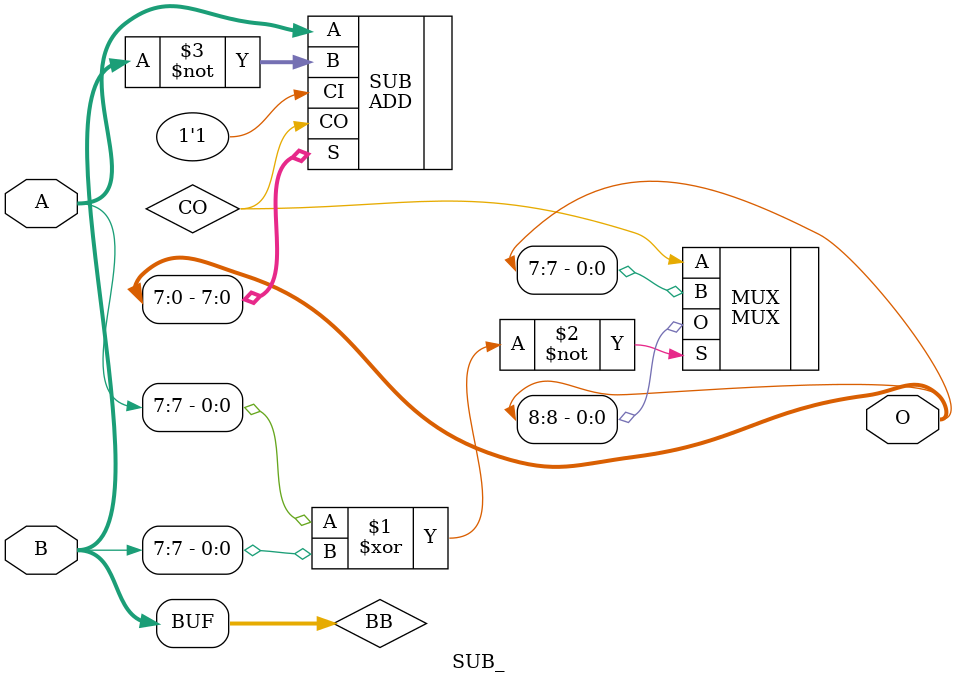
<source format=v>
`timescale 1ns / 1ps


module SUB_ #(parameter N = 8, M = 8)( // N >= M
	input [N-1:0] A,
	input [M-1:0] B,
	output [N:0] O
    );
	 
	 wire [N-1:0] BB;
	 wire CO;
	 
	 assign BB = {{(N-M){B[M-1]}}, B};
	 
	 MUX #(.N(1)) MUX(
		.A(CO),
		.B(O[N-1]),
		.S(~(A[N-1]^B[M-1])),
		.O(O[N])
	);
	 
	ADD #(.N(N)) SUB(
		.A(A),
		.B(~BB),
		.CI(1'b1),
		.S(O[N-1:0]), 
		.CO(CO)
);
	 
endmodule 
</source>
